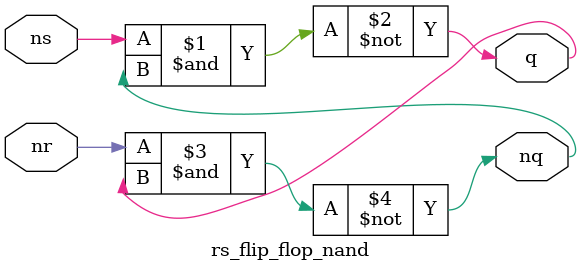
<source format=v>
module rs_flip_flop_nand (
    ns,
    nr,
    q,
    nq
);
  input ns;
  input nr;
  output q;
  output nq;

  nand (q, ns, nq);
  nand (nq, nr, q);
endmodule

</source>
